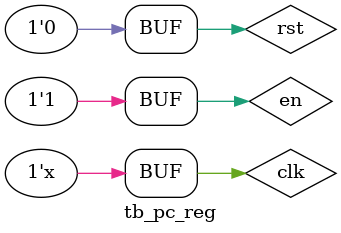
<source format=v>
`timescale 1ns / 1ps


module tb_pc_reg();
    reg clk = 0;
    reg en, rst;
    reg [31:0] Din;
    wire [31:0] Dout;
    
    always #20 clk = ~clk;
    
    initial begin
        en = 1;
        rst = 0;
        Din = 0;
        #50 en = 0;
        #50 en = 1;
        #100 rst = 1;
        #10 rst = 0;
        #50 rst = 1;
        #100 rst = 0;
    end
    
    always @(posedge clk)begin
        Din =  Din + 1;
    end
    
    PC_reg pc_reg(clk, en, rst, Din, Dout1);
    
endmodule

</source>
